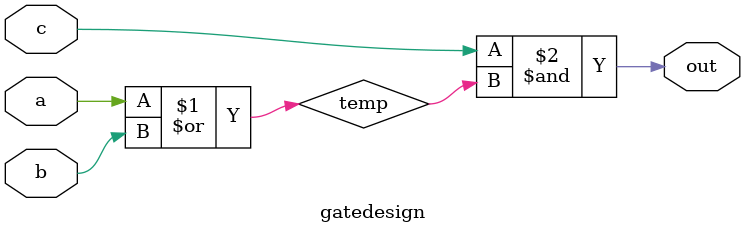
<source format=v>
/* 
 or then and and gate
*/
module gatedesign
(
 a,
 b,
 c,
 out
 );

	input a;
	input b;
	input c;

	output out;

	wire temp;

   assign temp = a | b;
   assign out = c & temp ;
 
endmodule // 
</source>
